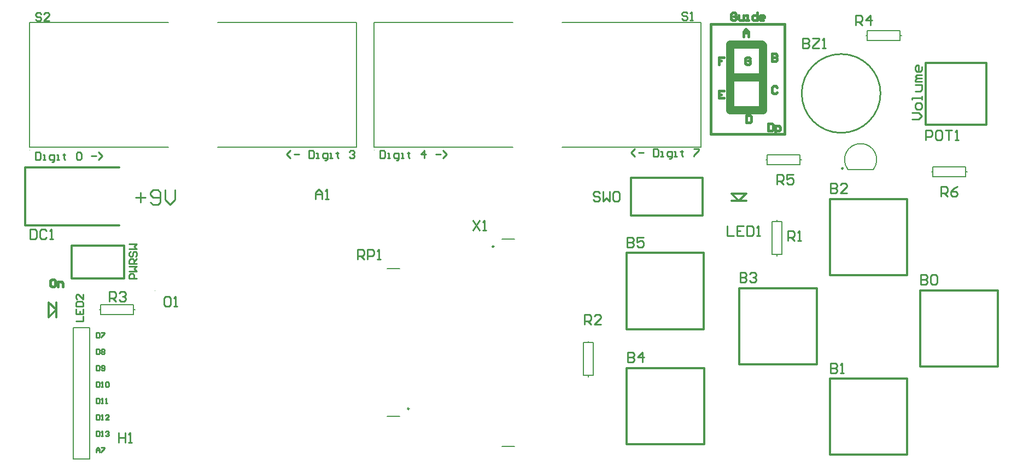
<source format=gto>
G04*
G04 #@! TF.GenerationSoftware,Altium Limited,Altium Designer,18.1.7 (191)*
G04*
G04 Layer_Color=65535*
%FSLAX25Y25*%
%MOIN*%
G70*
G01*
G75*
%ADD10C,0.00394*%
%ADD11C,0.00984*%
%ADD12C,0.01000*%
%ADD13C,0.00787*%
%ADD14C,0.05000*%
%ADD15C,0.01500*%
%ADD16C,0.01200*%
D10*
X81200Y127606D02*
G03*
X81200Y127606I-197J0D01*
G01*
X215090Y213433D02*
G03*
X215090Y213433I-197J0D01*
G01*
X5091D02*
G03*
X5091Y213433I-197J0D01*
G01*
D11*
X236154Y55705D02*
G03*
X236154Y55705I-492J0D01*
G01*
X287846Y154543D02*
G03*
X287846Y154543I-492J0D01*
G01*
X500756Y202185D02*
G03*
X500756Y202185I-492J0D01*
G01*
D12*
X523516Y247843D02*
G03*
X523516Y247843I-24016J0D01*
G01*
X8500Y211998D02*
Y207500D01*
X10749D01*
X11499Y208249D01*
Y211248D01*
X10749Y211998D01*
X8500D01*
X12999Y207500D02*
X14498D01*
X13748D01*
Y210498D01*
X12999D01*
X18247Y206000D02*
X18997D01*
X19746Y206750D01*
Y210498D01*
X17497D01*
X16747Y209749D01*
Y208249D01*
X17497Y207500D01*
X19746D01*
X21246D02*
X22745D01*
X21996D01*
Y210498D01*
X21246D01*
X25744Y211248D02*
Y210498D01*
X24995D01*
X26494D01*
X25744D01*
Y208249D01*
X26494Y207500D01*
X33242Y211248D02*
X33992Y211998D01*
X35491D01*
X36241Y211248D01*
Y208249D01*
X35491Y207500D01*
X33992D01*
X33242Y208249D01*
Y211248D01*
X42239Y209749D02*
X45238D01*
X46738Y207500D02*
X48987Y209749D01*
X46738Y211998D01*
X69500Y184499D02*
X75498D01*
X72499Y187498D02*
Y181500D01*
X78497D02*
X79997Y180000D01*
X82996D01*
X84495Y181500D01*
Y187498D01*
X82996Y188997D01*
X79997D01*
X78497Y187498D01*
Y185998D01*
X79997Y184499D01*
X84495D01*
X87494Y188997D02*
Y182999D01*
X90493Y180000D01*
X93492Y182999D01*
Y188997D01*
X218500Y212990D02*
Y208492D01*
X220749D01*
X221499Y209241D01*
Y212240D01*
X220749Y212990D01*
X218500D01*
X222998Y208492D02*
X224498D01*
X223748D01*
Y211491D01*
X222998D01*
X228247Y206992D02*
X228997D01*
X229746Y207742D01*
Y211491D01*
X227497D01*
X226747Y210741D01*
Y209241D01*
X227497Y208492D01*
X229746D01*
X231246D02*
X232745D01*
X231996D01*
Y211491D01*
X231246D01*
X235744Y212240D02*
Y211491D01*
X234995D01*
X236494D01*
X235744D01*
Y209241D01*
X236494Y208492D01*
X245491D02*
Y212990D01*
X243242Y210741D01*
X246241D01*
X252239D02*
X255238D01*
X256738Y208492D02*
X258987Y210741D01*
X256738Y212990D01*
X373749Y209492D02*
X371500Y211741D01*
X373749Y213990D01*
X375998Y211741D02*
X378998D01*
X384996Y213990D02*
Y209492D01*
X387245D01*
X387995Y210241D01*
Y213240D01*
X387245Y213990D01*
X384996D01*
X389494Y209492D02*
X390994D01*
X390244D01*
Y212491D01*
X389494D01*
X394742Y207992D02*
X395492D01*
X396242Y208742D01*
Y212491D01*
X393993D01*
X393243Y211741D01*
Y210241D01*
X393993Y209492D01*
X396242D01*
X397742D02*
X399241D01*
X398491D01*
Y212491D01*
X397742D01*
X402240Y213240D02*
Y212491D01*
X401490D01*
X402990D01*
X402240D01*
Y210241D01*
X402990Y209492D01*
X409738Y213990D02*
X412737D01*
Y213240D01*
X409738Y210241D01*
Y209492D01*
X163749Y208500D02*
X161500Y210749D01*
X163749Y212998D01*
X165998Y210749D02*
X168998D01*
X174996Y212998D02*
Y208500D01*
X177245D01*
X177995Y209249D01*
Y212248D01*
X177245Y212998D01*
X174996D01*
X179494Y208500D02*
X180994D01*
X180244D01*
Y211498D01*
X179494D01*
X184742Y207000D02*
X185492D01*
X186242Y207750D01*
Y211498D01*
X183993D01*
X183243Y210749D01*
Y209249D01*
X183993Y208500D01*
X186242D01*
X187741D02*
X189241D01*
X188491D01*
Y211498D01*
X187741D01*
X192240Y212248D02*
Y211498D01*
X191490D01*
X192990D01*
X192240D01*
Y209249D01*
X192990Y208500D01*
X199738Y212248D02*
X200487Y212998D01*
X201987D01*
X202737Y212248D01*
Y211498D01*
X201987Y210749D01*
X201237D01*
X201987D01*
X202737Y209999D01*
Y209249D01*
X201987Y208500D01*
X200487D01*
X199738Y209249D01*
X45500Y101999D02*
Y99000D01*
X46999D01*
X47499Y99500D01*
Y101499D01*
X46999Y101999D01*
X45500D01*
X48499D02*
X50498D01*
Y101499D01*
X48499Y99500D01*
Y99000D01*
X45500Y91999D02*
Y89000D01*
X46999D01*
X47499Y89500D01*
Y91499D01*
X46999Y91999D01*
X45500D01*
X48499Y91499D02*
X48999Y91999D01*
X49999D01*
X50498Y91499D01*
Y90999D01*
X49999Y90500D01*
X50498Y90000D01*
Y89500D01*
X49999Y89000D01*
X48999D01*
X48499Y89500D01*
Y90000D01*
X48999Y90500D01*
X48499Y90999D01*
Y91499D01*
X48999Y90500D02*
X49999D01*
X45500Y81999D02*
Y79000D01*
X46999D01*
X47499Y79500D01*
Y81499D01*
X46999Y81999D01*
X45500D01*
X48499Y79500D02*
X48999Y79000D01*
X49999D01*
X50498Y79500D01*
Y81499D01*
X49999Y81999D01*
X48999D01*
X48499Y81499D01*
Y80999D01*
X48999Y80500D01*
X50498D01*
X45500Y71999D02*
Y69000D01*
X46999D01*
X47499Y69500D01*
Y71499D01*
X46999Y71999D01*
X45500D01*
X48499Y69000D02*
X49499D01*
X48999D01*
Y71999D01*
X48499Y71499D01*
X50998D02*
X51498Y71999D01*
X52498D01*
X52998Y71499D01*
Y69500D01*
X52498Y69000D01*
X51498D01*
X50998Y69500D01*
Y71499D01*
X45500Y61999D02*
Y59000D01*
X46999D01*
X47499Y59500D01*
Y61499D01*
X46999Y61999D01*
X45500D01*
X48499Y59000D02*
X49499D01*
X48999D01*
Y61999D01*
X48499Y61499D01*
X50998Y59000D02*
X51998D01*
X51498D01*
Y61999D01*
X50998Y61499D01*
X45500Y51999D02*
Y49000D01*
X46999D01*
X47499Y49500D01*
Y51499D01*
X46999Y51999D01*
X45500D01*
X48499Y49000D02*
X49499D01*
X48999D01*
Y51999D01*
X48499Y51499D01*
X52998Y49000D02*
X50998D01*
X52998Y50999D01*
Y51499D01*
X52498Y51999D01*
X51498D01*
X50998Y51499D01*
X45500Y41999D02*
Y39000D01*
X46999D01*
X47499Y39500D01*
Y41499D01*
X46999Y41999D01*
X45500D01*
X48499Y39000D02*
X49499D01*
X48999D01*
Y41999D01*
X48499Y41499D01*
X50998D02*
X51498Y41999D01*
X52498D01*
X52998Y41499D01*
Y40999D01*
X52498Y40499D01*
X51998D01*
X52498D01*
X52998Y40000D01*
Y39500D01*
X52498Y39000D01*
X51498D01*
X50998Y39500D01*
X45500Y29000D02*
Y30999D01*
X46500Y31999D01*
X47499Y30999D01*
Y29000D01*
Y30500D01*
X45500D01*
X48499Y31999D02*
X50498D01*
Y31499D01*
X48499Y29500D01*
Y29000D01*
X542702Y232200D02*
X546701D01*
X548700Y234199D01*
X546701Y236199D01*
X542702D01*
X548700Y239198D02*
Y241197D01*
X547700Y242197D01*
X545701D01*
X544701Y241197D01*
Y239198D01*
X545701Y238198D01*
X547700D01*
X548700Y239198D01*
Y244196D02*
Y246196D01*
Y245196D01*
X542702D01*
Y244196D01*
X544701Y249195D02*
X547700D01*
X548700Y250194D01*
Y253193D01*
X544701D01*
X548700Y255193D02*
X544701D01*
Y256192D01*
X545701Y257192D01*
X548700D01*
X545701D01*
X544701Y258192D01*
X545701Y259191D01*
X548700D01*
Y264190D02*
Y262190D01*
X547700Y261191D01*
X545701D01*
X544701Y262190D01*
Y264190D01*
X545701Y265189D01*
X546701D01*
Y261191D01*
X5122Y164998D02*
Y159000D01*
X8121D01*
X9121Y160000D01*
Y163998D01*
X8121Y164998D01*
X5122D01*
X15119Y163998D02*
X14119Y164998D01*
X12120D01*
X11120Y163998D01*
Y160000D01*
X12120Y159000D01*
X14119D01*
X15119Y160000D01*
X17118Y159000D02*
X19117D01*
X18118D01*
Y164998D01*
X17118Y163998D01*
X59000Y40998D02*
Y35000D01*
Y37999D01*
X62999D01*
Y40998D01*
Y35000D01*
X64998D02*
X66997D01*
X65998D01*
Y40998D01*
X64998Y39998D01*
X89799Y123998D02*
X87800D01*
X86800Y122998D01*
Y119000D01*
X87800Y118000D01*
X89799D01*
X90799Y119000D01*
Y122998D01*
X89799Y123998D01*
X92798Y118000D02*
X94797D01*
X93798D01*
Y123998D01*
X92798Y122998D01*
X343000Y107100D02*
Y113098D01*
X345999D01*
X346999Y112098D01*
Y110099D01*
X345999Y109099D01*
X343000D01*
X344999D02*
X346999Y107100D01*
X352997D02*
X348998D01*
X352997Y111099D01*
Y112098D01*
X351997Y113098D01*
X349998D01*
X348998Y112098D01*
X204600Y146700D02*
Y152698D01*
X207599D01*
X208599Y151698D01*
Y149699D01*
X207599Y148699D01*
X204600D01*
X206599D02*
X208599Y146700D01*
X210598D02*
Y152698D01*
X213597D01*
X214597Y151698D01*
Y149699D01*
X213597Y148699D01*
X210598D01*
X216596Y146700D02*
X218596D01*
X217596D01*
Y152698D01*
X216596Y151698D01*
X405832Y296665D02*
X404999Y297498D01*
X403333D01*
X402500Y296665D01*
Y295832D01*
X403333Y294999D01*
X404999D01*
X405832Y294166D01*
Y293333D01*
X404999Y292500D01*
X403333D01*
X402500Y293333D01*
X407498Y292500D02*
X409164D01*
X408331D01*
Y297498D01*
X407498Y296665D01*
X352299Y186998D02*
X351299Y187998D01*
X349300D01*
X348300Y186998D01*
Y185999D01*
X349300Y184999D01*
X351299D01*
X352299Y183999D01*
Y183000D01*
X351299Y182000D01*
X349300D01*
X348300Y183000D01*
X354298Y187998D02*
Y182000D01*
X356297Y183999D01*
X358297Y182000D01*
Y187998D01*
X360296Y186998D02*
X361296Y187998D01*
X363295D01*
X364295Y186998D01*
Y183000D01*
X363295Y182000D01*
X361296D01*
X360296Y183000D01*
Y186998D01*
X275100Y170498D02*
X279099Y164500D01*
Y170498D02*
X275100Y164500D01*
X281098D02*
X283097D01*
X282098D01*
Y170498D01*
X281098Y169498D01*
X179000Y183300D02*
Y187299D01*
X180999Y189298D01*
X182999Y187299D01*
Y183300D01*
Y186299D01*
X179000D01*
X184998Y183300D02*
X186997D01*
X185998D01*
Y189298D01*
X184998Y188298D01*
X33001Y109000D02*
X37500D01*
Y111999D01*
X33001Y116498D02*
Y113499D01*
X37500D01*
Y116498D01*
X35251Y113499D02*
Y114998D01*
X33001Y117997D02*
X37500D01*
Y120246D01*
X36750Y120996D01*
X33751D01*
X33001Y120246D01*
Y117997D01*
X37500Y125495D02*
Y122496D01*
X34501Y125495D01*
X33751D01*
X33001Y124745D01*
Y123245D01*
X33751Y122496D01*
X53500Y121000D02*
Y126998D01*
X56499D01*
X57499Y125998D01*
Y123999D01*
X56499Y122999D01*
X53500D01*
X55499D02*
X57499Y121000D01*
X59498Y125998D02*
X60498Y126998D01*
X62497D01*
X63497Y125998D01*
Y124999D01*
X62497Y123999D01*
X61497D01*
X62497D01*
X63497Y122999D01*
Y122000D01*
X62497Y121000D01*
X60498D01*
X59498Y122000D01*
X11832Y296165D02*
X10999Y296998D01*
X9333D01*
X8500Y296165D01*
Y295332D01*
X9333Y294499D01*
X10999D01*
X11832Y293666D01*
Y292833D01*
X10999Y292000D01*
X9333D01*
X8500Y292833D01*
X16831Y292000D02*
X13498D01*
X16831Y295332D01*
Y296165D01*
X15998Y296998D01*
X14331D01*
X13498Y296165D01*
X548100Y137498D02*
Y131500D01*
X551099D01*
X552099Y132500D01*
Y133499D01*
X551099Y134499D01*
X548100D01*
X551099D01*
X552099Y135499D01*
Y136498D01*
X551099Y137498D01*
X548100D01*
X554098Y136498D02*
X555098Y137498D01*
X557097D01*
X558097Y136498D01*
Y132500D01*
X557097Y131500D01*
X555098D01*
X554098Y132500D01*
Y136498D01*
X493000Y83598D02*
Y77600D01*
X495999D01*
X496999Y78600D01*
Y79599D01*
X495999Y80599D01*
X493000D01*
X495999D01*
X496999Y81599D01*
Y82598D01*
X495999Y83598D01*
X493000D01*
X498998Y77600D02*
X500997D01*
X499998D01*
Y83598D01*
X498998Y82598D01*
X493000Y192998D02*
Y187000D01*
X495999D01*
X496999Y188000D01*
Y188999D01*
X495999Y189999D01*
X493000D01*
X495999D01*
X496999Y190999D01*
Y191998D01*
X495999Y192998D01*
X493000D01*
X502997Y187000D02*
X498998D01*
X502997Y190999D01*
Y191998D01*
X501997Y192998D01*
X499998D01*
X498998Y191998D01*
X437900Y138698D02*
Y132700D01*
X440899D01*
X441899Y133700D01*
Y134699D01*
X440899Y135699D01*
X437900D01*
X440899D01*
X441899Y136699D01*
Y137698D01*
X440899Y138698D01*
X437900D01*
X443898Y137698D02*
X444898Y138698D01*
X446897D01*
X447897Y137698D01*
Y136699D01*
X446897Y135699D01*
X445897D01*
X446897D01*
X447897Y134699D01*
Y133700D01*
X446897Y132700D01*
X444898D01*
X443898Y133700D01*
X369300Y89998D02*
Y84000D01*
X372299D01*
X373299Y85000D01*
Y85999D01*
X372299Y86999D01*
X369300D01*
X372299D01*
X373299Y87999D01*
Y88998D01*
X372299Y89998D01*
X369300D01*
X378297Y84000D02*
Y89998D01*
X375298Y86999D01*
X379297D01*
X369000Y160198D02*
Y154200D01*
X371999D01*
X372999Y155200D01*
Y156199D01*
X371999Y157199D01*
X369000D01*
X371999D01*
X372999Y158199D01*
Y159198D01*
X371999Y160198D01*
X369000D01*
X378997D02*
X374998D01*
Y157199D01*
X376997Y158199D01*
X377997D01*
X378997Y157199D01*
Y155200D01*
X377997Y154200D01*
X375998D01*
X374998Y155200D01*
X70000Y135000D02*
X65501D01*
Y137249D01*
X66251Y137999D01*
X67751D01*
X68501Y137249D01*
Y135000D01*
X65501Y139499D02*
X70000D01*
X68501Y140998D01*
X70000Y142498D01*
X65501D01*
X70000Y143997D02*
X65501D01*
Y146246D01*
X66251Y146996D01*
X67751D01*
X68501Y146246D01*
Y143997D01*
Y145497D02*
X70000Y146996D01*
X66251Y151495D02*
X65501Y150745D01*
Y149245D01*
X66251Y148496D01*
X67001D01*
X67751Y149245D01*
Y150745D01*
X68501Y151495D01*
X69250D01*
X70000Y150745D01*
Y149245D01*
X69250Y148496D01*
X65501Y152994D02*
X70000D01*
X68501Y154494D01*
X70000Y155993D01*
X65501D01*
X467200Y158206D02*
Y164205D01*
X470199D01*
X471199Y163205D01*
Y161205D01*
X470199Y160206D01*
X467200D01*
X469199D02*
X471199Y158206D01*
X473198D02*
X475197D01*
X474198D01*
Y164205D01*
X473198Y163205D01*
X560500Y185000D02*
Y190998D01*
X563499D01*
X564499Y189998D01*
Y187999D01*
X563499Y186999D01*
X560500D01*
X562499D02*
X564499Y185000D01*
X570497Y190998D02*
X568497Y189998D01*
X566498Y187999D01*
Y186000D01*
X567498Y185000D01*
X569497D01*
X570497Y186000D01*
Y186999D01*
X569497Y187999D01*
X566498D01*
X460500Y192500D02*
Y198498D01*
X463499D01*
X464499Y197498D01*
Y195499D01*
X463499Y194499D01*
X460500D01*
X462499D02*
X464499Y192500D01*
X470497Y198498D02*
X466498D01*
Y195499D01*
X468497Y196499D01*
X469497D01*
X470497Y195499D01*
Y193500D01*
X469497Y192500D01*
X467498D01*
X466498Y193500D01*
X508400Y289500D02*
Y295498D01*
X511399D01*
X512399Y294498D01*
Y292499D01*
X511399Y291499D01*
X508400D01*
X510399D02*
X512399Y289500D01*
X517397D02*
Y295498D01*
X514398Y292499D01*
X518397D01*
X551100Y219400D02*
Y225398D01*
X554099D01*
X555099Y224398D01*
Y222399D01*
X554099Y221399D01*
X551100D01*
X560097Y225398D02*
X558098D01*
X557098Y224398D01*
Y220400D01*
X558098Y219400D01*
X560097D01*
X561097Y220400D01*
Y224398D01*
X560097Y225398D01*
X563096D02*
X567095D01*
X565096D01*
Y219400D01*
X569094D02*
X571094D01*
X570094D01*
Y225398D01*
X569094Y224398D01*
X430000Y166998D02*
Y161000D01*
X433999D01*
X439997Y166998D02*
X435998D01*
Y161000D01*
X439997D01*
X435998Y163999D02*
X437997D01*
X441996Y166998D02*
Y161000D01*
X444995D01*
X445995Y162000D01*
Y165998D01*
X444995Y166998D01*
X441996D01*
X447994Y161000D02*
X449994D01*
X448994D01*
Y166998D01*
X447994Y165998D01*
X476000Y281398D02*
Y275400D01*
X478999D01*
X479999Y276400D01*
Y277399D01*
X478999Y278399D01*
X476000D01*
X478999D01*
X479999Y279399D01*
Y280398D01*
X478999Y281398D01*
X476000D01*
X481998D02*
X485997D01*
Y280398D01*
X481998Y276400D01*
Y275400D01*
X485997D01*
X487996D02*
X489995D01*
X488996D01*
Y281398D01*
X487996Y280398D01*
D13*
X519201Y201594D02*
G03*
X503610Y201594I-7795J5906D01*
G01*
X31500Y25000D02*
X41500D01*
X31500D02*
Y105000D01*
X41500D01*
Y25000D02*
Y105000D01*
X345500Y96000D02*
Y96900D01*
Y75100D02*
Y76000D01*
Y96000D02*
X348500D01*
Y76000D02*
Y96000D01*
X342500Y76000D02*
X348500D01*
X342500D02*
Y96000D01*
X345500D01*
X222768Y140941D02*
X230248D01*
X222768Y51059D02*
X230248D01*
X214894Y215008D02*
X299539D01*
X329461D02*
X414106D01*
X214894Y290992D02*
X299539D01*
X329461D02*
X414106D01*
X214894Y215008D02*
Y290992D01*
X414106Y215008D02*
Y290992D01*
X292768Y159189D02*
X300248D01*
X292768Y32811D02*
X300248D01*
X68201Y116000D02*
Y119000D01*
X48201D02*
X68201D01*
X48201Y113000D02*
Y119000D01*
Y113000D02*
X68201D01*
Y116000D01*
X47301D02*
X48201D01*
X68201D02*
X69101D01*
X204106Y215008D02*
Y290992D01*
X4894Y215008D02*
Y290992D01*
X119461D02*
X204106D01*
X4894D02*
X89539D01*
X119461Y215008D02*
X204106D01*
X4894D02*
X89539D01*
X514600Y283000D02*
X515500D01*
X535500D02*
X536400D01*
X515500D02*
Y286000D01*
X535500D01*
Y280000D02*
Y286000D01*
X515500Y280000D02*
X535500D01*
X515500D02*
Y283000D01*
X460500Y148907D02*
Y149806D01*
Y169807D02*
Y170706D01*
X457500Y149806D02*
X460500D01*
X457500D02*
Y169807D01*
X463500D01*
Y149806D02*
Y169807D01*
X460500Y149806D02*
X463500D01*
X554600Y200000D02*
X555500D01*
X575500D02*
X576400D01*
X555500D02*
Y203000D01*
X575500D01*
Y197000D02*
Y203000D01*
X555500Y197000D02*
X575500D01*
X555500D02*
Y200000D01*
X453601Y207500D02*
X454501D01*
X474501D02*
X475401D01*
X454501D02*
Y210500D01*
X474501D01*
Y204500D02*
Y210500D01*
X454501Y204500D02*
X474501D01*
X454501D02*
Y207500D01*
X503610Y201594D02*
X519201D01*
D14*
X431708Y257685D02*
Y277685D01*
Y257685D02*
X451708D01*
Y237685D02*
Y257685D01*
Y277185D01*
X451208Y277685D02*
X451708Y277185D01*
X431708Y277685D02*
X451208D01*
X431708Y237685D02*
X451708D01*
X431708D02*
Y257685D01*
Y277685D01*
D15*
X420000Y223000D02*
Y290000D01*
Y223000D02*
X465000D01*
Y290000D01*
X420000D02*
X465000D01*
X19749Y134499D02*
X18250D01*
X17500Y133749D01*
Y130750D01*
X18250Y130000D01*
X19749D01*
X20499Y130750D01*
Y133749D01*
X19749Y134499D01*
X21998Y130000D02*
Y132999D01*
X24248D01*
X24998Y132249D01*
Y130000D01*
X435499Y296249D02*
X434749Y296999D01*
X433250D01*
X432500Y296249D01*
Y293250D01*
X433250Y292500D01*
X434749D01*
X435499Y293250D01*
Y294749D01*
X433999D01*
X436999Y295499D02*
Y293250D01*
X437748Y292500D01*
X439998D01*
Y295499D01*
X441497Y292500D02*
X442997D01*
X442247D01*
Y295499D01*
X441497D01*
X448245Y296999D02*
Y292500D01*
X445996D01*
X445246Y293250D01*
Y294749D01*
X445996Y295499D01*
X448245D01*
X451994Y292500D02*
X450494D01*
X449744Y293250D01*
Y294749D01*
X450494Y295499D01*
X451994D01*
X452743Y294749D01*
Y294000D01*
X449744D01*
X460499Y251591D02*
X459749Y252341D01*
X458250D01*
X457500Y251591D01*
Y248592D01*
X458250Y247843D01*
X459749D01*
X460499Y248592D01*
X440000Y282500D02*
Y285499D01*
X441500Y286999D01*
X442999Y285499D01*
Y282500D01*
Y284749D01*
X440000D01*
X441708Y234499D02*
Y230000D01*
X443957D01*
X444707Y230750D01*
Y233749D01*
X443957Y234499D01*
X441708D01*
X427999Y249499D02*
X425000D01*
Y245000D01*
X427999D01*
X425000Y247249D02*
X426500D01*
X457500Y271999D02*
Y267500D01*
X459749D01*
X460499Y268250D01*
Y269000D01*
X459749Y269749D01*
X457500D01*
X459749D01*
X460499Y270499D01*
Y271249D01*
X459749Y271999D01*
X457500D01*
X427999Y269869D02*
X425000D01*
Y267619D01*
X426500D01*
X425000D01*
Y265370D01*
X455000Y229499D02*
Y225000D01*
X457249D01*
X457999Y225750D01*
Y228749D01*
X457249Y229499D01*
X455000D01*
X459499Y223500D02*
Y227999D01*
X461748D01*
X462498Y227249D01*
Y225750D01*
X461748Y225000D01*
X459499D01*
X444207Y269119D02*
X443457Y269869D01*
X441958D01*
X441208Y269119D01*
Y266120D01*
X441958Y265370D01*
X443457D01*
X444207Y266120D01*
Y267619D01*
X442707D01*
D16*
X16500Y111500D02*
Y120500D01*
X21000Y116000D01*
X16500Y111500D02*
X21000Y116000D01*
Y120500D01*
Y111500D02*
Y120500D01*
X432708Y182300D02*
X441708D01*
X437208D02*
X441708D01*
X432708Y186800D02*
X437208Y182300D01*
X441708Y186800D01*
X432708D02*
X441708D01*
X2185Y202716D02*
X59272D01*
X2185Y167283D02*
X59272D01*
X2185D02*
Y202716D01*
X415047Y173583D02*
Y196417D01*
X371346Y173583D02*
X415047D01*
X371346D02*
Y196417D01*
X415047D01*
X547744Y127894D02*
X594988D01*
X547744Y81500D02*
Y127894D01*
X594988Y81500D02*
Y127894D01*
X547744Y81500D02*
X594988D01*
X492626Y74016D02*
X539870D01*
X492626Y27622D02*
Y74016D01*
X539870Y27622D02*
Y74016D01*
X492626Y27622D02*
X539870D01*
X492626Y183394D02*
X539870D01*
X492626Y137000D02*
Y183394D01*
X539870Y137000D02*
Y183394D01*
X492626Y137000D02*
X539870D01*
X437508Y129134D02*
X484752D01*
X437508Y82740D02*
Y129134D01*
X484752Y82740D02*
Y129134D01*
X437508Y82740D02*
X484752D01*
X368854Y80394D02*
X416098D01*
X368854Y34000D02*
Y80394D01*
X416098Y34000D02*
Y80394D01*
X368854Y34000D02*
X416098D01*
X368604Y150644D02*
X415848D01*
X368604Y104250D02*
Y150644D01*
X415848Y104250D02*
Y150644D01*
X368604Y104250D02*
X415848D01*
X30500Y135000D02*
X62500D01*
Y154974D01*
X30500D02*
X62500D01*
X30500Y135000D02*
Y154974D01*
X551000Y228921D02*
Y266421D01*
Y228921D02*
X588000D01*
Y266421D01*
X551000D02*
X588000D01*
M02*

</source>
